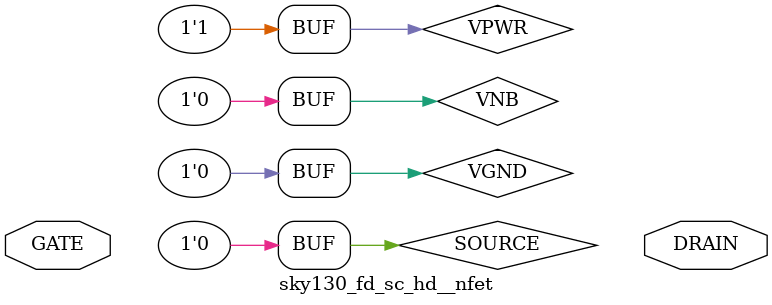
<source format=v>
`ifndef SKY130_ASC__PFET_V
`define SKY130_ASC__PFET_V

/**
 * PFET
 *
 * Verilog wrapper for pfet.
 *
 */

`timescale 1ns / 1ps
`default_nettype none

`ifdef USE_POWER_PINS

`celldefine
module sky130_fd_sc_hd__pfet (
    GATE  ,
    SOURCE,
    DRAIN ,
    VPB   ,
    VPWR  ,
    VGND   
);

    // Module ports
    output DRAIN ;
    input  GATE  ;
    input  SOURCE;
    input  VPB   ;
    input  VPWR  ;
    input  VGND  ;

endmodule
`endcelldefine

`else // If not USE_POWER_PINS
/*********************************************************/

`celldefine
module sky130_fd_sc_hd__pfet (
    GATE,
    DRAIN
);

    // Module ports
    output DRAIN ;
    input  GATE  ;
    // Voltage supply signals
    supply1 SOURCE;
    supply1 VPWR  ;
    supply0 VGND  ;
    supply1 VPB   ;

endmodule
`endcelldefine

/*********************************************************/
`endif // USE_POWER_PINS

`default_nettype wire
`endif  // SKY130_ASC__PFET_V




`ifndef SKY130_ASC__NFET_V
`define SKY130_ASC__NFET_V

/**
 * PFET
 *
 * Verilog wrapper for pfet.
 *
 */

`timescale 1ns / 1ps
`default_nettype none

`ifdef USE_POWER_PINS

`celldefine
module sky130_fd_sc_hd__nfet (
    GATE  ,
    SOURCE,
    DRAIN ,
    VNB   ,
    VPWR  ,
    VGND    
);

    // Module ports
    output DRAIN ;
    input  GATE  ;
    input  SOURCE;
    input  VNB   ;
    input  VPWR  ;
    input  VGND  ;

endmodule
`endcelldefine

`else // If not USE_POWER_PINS
/*********************************************************/

`celldefine
module sky130_fd_sc_hd__nfet (
    GATE,
    DRAIN
);

    // Module ports
    output DRAIN ;
    input  GATE  ;
    // Voltage supply signals
    supply1 VPWR  ;
    supply0 VGND  ;
    supply0 VNB   ;
    supply0 SOURCE;

endmodule
`endcelldefine

/*********************************************************/
`endif // USE_POWER_PINS

`default_nettype wire
`endif  // SKY130_ASC__NFET_V

</source>
